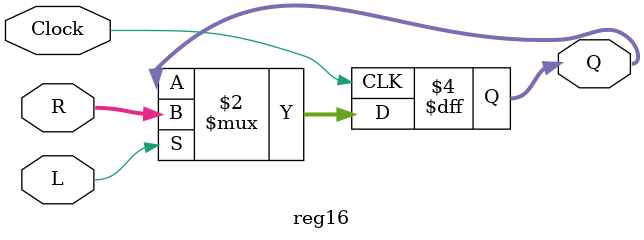
<source format=v>
module reg16 (R, L, Clock, Q);
	input [15:0] R;
	input L, Clock;
	
	output reg [15:0] Q;
	
	always @(posedge Clock) 
		if (L)
			Q <= R;
			
endmodule
</source>
